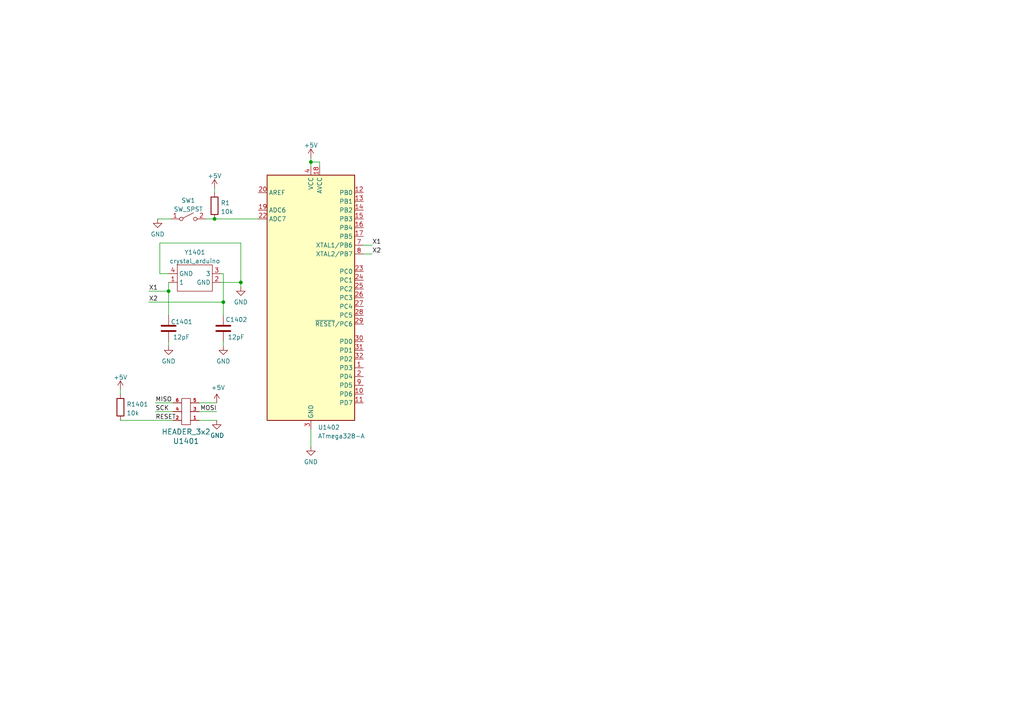
<source format=kicad_sch>
(kicad_sch (version 20211123) (generator eeschema)
  (paper "A4")
  (lib_symbols
    (symbol "Device:C" (pin_numbers hide) (pin_names (offset 0.254))
      (property "Reference" "C" (at 0.635 2.54 0))
      (property "Value" "C" (at 0.635 -2.54 0))
      (symbol "C_0_1"
        (polyline (pts (xy -2.032 -0.762) (xy 2.032 -0.762)) (stroke (width 0.508)))
        (polyline (pts (xy -2.032 0.762) (xy 2.032 0.762)) (stroke (width 0.508)))
      )
      (symbol "C_1_1"
        (pin passive line (at 0 3.81 270) (length 2.794) (name "~") (number "1"))
        (pin passive line (at 0 -3.81 90) (length 2.794) (name "~") (number "2"))
      )
    )
    (symbol "Device:R" (pin_numbers hide) (pin_names (offset 0))
      (property "Reference" "R" (at 2.032 0 90))
      (property "Value" "R" (at 0 0 90))
      (symbol "R_0_1"
        (rectangle (start -1.016 -2.54) (end 1.016 2.54) (stroke (width 0.254)))
      )
      (symbol "R_1_1"
        (pin passive line (at 0 3.81 270) (length 1.27) (name "~") (number "1"))
        (pin passive line (at 0 -3.81 90) (length 1.27) (name "~") (number "2"))
      )
    )
    (symbol "MCU_Microchip_ATmega:ATmega328-A"
      (property "Reference" "U" (at -12.7 36.83 0))
      (property "Value" "ATmega328-A" (at 2.54 -36.83 0))
      (symbol "ATmega328-A_0_1"
        (rectangle (start -12.7 -35.56) (end 12.7 35.56) (stroke (width 0.254)) (fill (type background)))
      )
      (symbol "ATmega328-A_1_1"
        (pin bidirectional line (at 15.24 -20.32 180) (length 2.54) (name "PD3") (number "1"))
        (pin bidirectional line (at 15.24 -27.94 180) (length 2.54) (name "PD6") (number "10"))
        (pin bidirectional line (at 15.24 -30.48 180) (length 2.54) (name "PD7") (number "11"))
        (pin bidirectional line (at 15.24 30.48 180) (length 2.54) (name "PB0") (number "12"))
        (pin bidirectional line (at 15.24 27.94 180) (length 2.54) (name "PB1") (number "13"))
        (pin bidirectional line (at 15.24 25.4 180) (length 2.54) (name "PB2") (number "14"))
        (pin bidirectional line (at 15.24 22.86 180) (length 2.54) (name "PB3") (number "15"))
        (pin bidirectional line (at 15.24 20.32 180) (length 2.54) (name "PB4") (number "16"))
        (pin bidirectional line (at 15.24 17.78 180) (length 2.54) (name "PB5") (number "17"))
        (pin power_in line (at 2.54 38.1 270) (length 2.54) (name "AVCC") (number "18"))
        (pin input line (at -15.24 25.4 0) (length 2.54) (name "ADC6") (number "19"))
        (pin bidirectional line (at 15.24 -22.86 180) (length 2.54) (name "PD4") (number "2"))
        (pin passive line (at -15.24 30.48 0) (length 2.54) (name "AREF") (number "20"))
        (pin passive line (at 0 -38.1 90) (length 2.54) hide (name "GND") (number "21"))
        (pin input line (at -15.24 22.86 0) (length 2.54) (name "ADC7") (number "22"))
        (pin bidirectional line (at 15.24 7.62 180) (length 2.54) (name "PC0") (number "23"))
        (pin bidirectional line (at 15.24 5.08 180) (length 2.54) (name "PC1") (number "24"))
        (pin bidirectional line (at 15.24 2.54 180) (length 2.54) (name "PC2") (number "25"))
        (pin bidirectional line (at 15.24 0 180) (length 2.54) (name "PC3") (number "26"))
        (pin bidirectional line (at 15.24 -2.54 180) (length 2.54) (name "PC4") (number "27"))
        (pin bidirectional line (at 15.24 -5.08 180) (length 2.54) (name "PC5") (number "28"))
        (pin bidirectional line (at 15.24 -7.62 180) (length 2.54) (name "~{RESET}/PC6") (number "29"))
        (pin power_in line (at 0 -38.1 90) (length 2.54) (name "GND") (number "3"))
        (pin bidirectional line (at 15.24 -12.7 180) (length 2.54) (name "PD0") (number "30"))
        (pin bidirectional line (at 15.24 -15.24 180) (length 2.54) (name "PD1") (number "31"))
        (pin bidirectional line (at 15.24 -17.78 180) (length 2.54) (name "PD2") (number "32"))
        (pin power_in line (at 0 38.1 270) (length 2.54) (name "VCC") (number "4"))
        (pin passive line (at 0 -38.1 90) (length 2.54) hide (name "GND") (number "5"))
        (pin passive line (at 0 38.1 270) (length 2.54) hide (name "VCC") (number "6"))
        (pin bidirectional line (at 15.24 15.24 180) (length 2.54) (name "XTAL1/PB6") (number "7"))
        (pin bidirectional line (at 15.24 12.7 180) (length 2.54) (name "XTAL2/PB7") (number "8"))
        (pin bidirectional line (at 15.24 -25.4 180) (length 2.54) (name "PD5") (number "9"))
      )
    )
    (symbol "Switch:SW_SPST" (pin_names (offset 0) hide)
      (property "Reference" "SW" (at 0 3.175 0))
      (property "Value" "SW_SPST" (at 0 -2.54 0))
      (symbol "SW_SPST_0_0"
        (circle (center -2.032 0) (radius 0.508))
        (polyline (pts (xy -1.524 0.254) (xy 1.524 1.778)))
        (circle (center 2.032 0) (radius 0.508))
      )
      (symbol "SW_SPST_1_1"
        (pin passive line (at -5.08 0 0) (length 2.54) (name "A") (number "1"))
        (pin passive line (at 5.08 0 180) (length 2.54) (name "B") (number "2"))
      )
    )
    (symbol "custom_bas:crystal_arduino"
      (property "Reference" "Y" (at -2.54 0 0))
      (property "Value" "crystal_arduino" (at -1.27 2.54 0))
      (symbol "crystal_arduino_0_1"
        (rectangle (start -7.62 11.43) (end 2.54 3.81) (stroke (width 0.1524)))
      )
      (symbol "crystal_arduino_1_1"
        (pin passive line (at -10.16 6.35 0) (length 2.54) (name "1") (number "1"))
        (pin power_in line (at 5.08 6.35 180) (length 2.54) (name "GND") (number "2"))
        (pin passive line (at 5.08 8.89 180) (length 2.54) (name "3") (number "3"))
        (pin power_in line (at -10.16 8.89 0) (length 2.54) (name "GND") (number "4"))
      )
    )
    (symbol "power:+5V" (power) (pin_names (offset 0))
      (property "Value" "+5V" (at 0 3.556 0))
      (symbol "+5V_0_1"
        (polyline (pts (xy -0.762 1.27) (xy 0 2.54)))
        (polyline (pts (xy 0 0) (xy 0 2.54)))
        (polyline (pts (xy 0 2.54) (xy 0.762 1.27)))
      )
      (symbol "+5V_1_1"
        (pin power_in line (at 0 0 90) (length 0) hide (name "+5V") (number "1"))
      )
    )
    (symbol "power:GND" (power) (pin_names (offset 0))
      (property "Value" "GND" (at 0 -3.81 0))
      (symbol "GND_0_1"
        (polyline (pts (xy 0 0) (xy 0 -1.27) (xy 1.27 -1.27) (xy 0 -2.54) (xy -1.27 -1.27) (xy 0 -1.27)))
      )
      (symbol "GND_1_1"
        (pin power_in line (at 0 0 270) (length 0) hide (name "GND") (number "1"))
      )
    )
    (symbol "servoDriverSMD-rescue:HEADER_3x2-w_connectors" (pin_names (offset 0))
      (property "Reference" "J" (at 0 5.08 0))
      (property "Value" "HEADER_3x2-w_connectors" (at 0 -5.08 0))
      (symbol "HEADER_3x2-w_connectors_0_1"
        (rectangle (start 1.27 3.81) (end -1.27 -3.81))
      )
      (symbol "HEADER_3x2-w_connectors_1_1"
        (pin passive line (at -3.81 2.54 0) (length 2.54) (name "~") (number "1"))
        (pin passive line (at 3.81 2.54 180) (length 2.54) (name "~") (number "2"))
        (pin passive line (at -3.81 0 0) (length 2.54) (name "~") (number "3"))
        (pin passive line (at 3.81 0 180) (length 2.54) (name "~") (number "4"))
        (pin passive line (at -3.81 -2.54 0) (length 2.54) (name "~") (number "5"))
        (pin passive line (at 3.81 -2.54 180) (length 2.54) (name "~") (number "6"))
      )
    )
  )
  (junction (at 69.85 81.915))
  (junction (at 90.17 46.99))
  (junction (at 48.895 84.455))
  (junction (at 64.77 87.63))
  (junction (at 62.23 63.5))
  (wire (pts (xy 48.895 84.455) (xy 48.895 91.44)))
  (wire (pts (xy 69.85 70.485) (xy 69.85 81.915)))
  (wire (pts (xy 90.17 124.46) (xy 90.17 129.54)))
  (wire (pts (xy 69.85 81.915) (xy 64.135 81.915)))
  (wire (pts (xy 48.895 81.915) (xy 48.895 84.455)))
  (wire (pts (xy 64.77 99.06) (xy 64.77 100.33)))
  (wire (pts (xy 43.18 87.63) (xy 64.77 87.63)))
  (wire (pts (xy 64.77 87.63) (xy 64.77 91.44)))
  (wire (pts (xy 46.355 79.375) (xy 46.355 70.485)))
  (wire (pts (xy 69.85 81.915) (xy 69.85 83.185)))
  (wire (pts (xy 57.785 121.92) (xy 62.865 121.92)))
  (wire (pts (xy 64.77 79.375) (xy 64.135 79.375)))
  (wire (pts (xy 48.895 99.06) (xy 48.895 100.33)))
  (wire (pts (xy 92.71 46.99) (xy 90.17 46.99)))
  (wire (pts (xy 62.23 54.61) (xy 62.23 55.88)))
  (wire (pts (xy 45.72 63.5) (xy 49.53 63.5)))
  (wire (pts (xy 105.41 73.66) (xy 107.95 73.66)))
  (wire (pts (xy 105.41 71.12) (xy 107.95 71.12)))
  (wire (pts (xy 90.17 45.72) (xy 90.17 46.99)))
  (wire (pts (xy 46.355 70.485) (xy 69.85 70.485)))
  (wire (pts (xy 57.785 119.38) (xy 62.865 119.38)))
  (wire (pts (xy 34.925 121.92) (xy 50.165 121.92)))
  (wire (pts (xy 90.17 46.99) (xy 90.17 48.26)))
  (wire (pts (xy 92.71 48.26) (xy 92.71 46.99)))
  (wire (pts (xy 57.785 116.84) (xy 62.865 116.84)))
  (wire (pts (xy 34.925 113.03) (xy 34.925 114.3)))
  (wire (pts (xy 62.23 63.5) (xy 74.93 63.5)))
  (wire (pts (xy 59.69 63.5) (xy 62.23 63.5)))
  (wire (pts (xy 50.165 119.38) (xy 45.085 119.38)))
  (wire (pts (xy 46.355 79.375) (xy 48.895 79.375)))
  (wire (pts (xy 64.77 79.375) (xy 64.77 87.63)))
  (wire (pts (xy 43.18 84.455) (xy 48.895 84.455)))
  (wire (pts (xy 45.085 116.84) (xy 50.165 116.84)))
  (label "X2" (at 107.95 73.66 0))
  (label "X2" (at 43.18 87.63 0))
  (label "MOSI" (at 62.865 119.38 180))
  (label "X1" (at 107.95 71.12 0))
  (label "SCK" (at 45.085 119.38 0))
  (label "X1" (at 43.18 84.455 0))
  (label "MISO" (at 45.085 116.84 0))
  (label "RESET" (at 45.085 121.92 0))
  (symbol (lib_id "Device:C") (at 48.895 95.25 180) (unit 1)
    (property "Reference" "C1401" (at 49.53 93.345 0) (effects (justify right)))
    (property "Value" "12pF" (at 50.165 97.79 0) (effects (justify right)))
    (property "Footprint" "Capacitor_SMD:C_0805_2012Metric_Pad1.18x1.45mm_HandSolder" (effects hide))
  )
  (symbol (lib_id "power:GND") (at 64.77 100.33 0) (unit 1)
    (property "Reference" "#PWR01405" (effects hide))
    (property "Value" "GND" (at 64.77 104.7734 0))
  )
  (symbol (lib_id "power:GND") (at 45.72 63.5 0) (unit 1)
    (property "Reference" "#PWR0101" (effects hide))
    (property "Value" "GND" (at 45.72 67.9434 0))
  )
  (symbol (lib_id "power:+5V") (at 62.865 116.84 0) (unit 1)
    (property "Reference" "#PWR01403" (effects hide))
    (property "Value" "+5V" (at 63.246 112.4458 0))
  )
  (symbol (lib_id "Device:C") (at 64.77 95.25 180) (unit 1)
    (property "Reference" "C1402" (at 65.405 92.71 0) (effects (justify right)))
    (property "Value" "12pF" (at 66.04 97.79 0) (effects (justify right)))
    (property "Footprint" "Capacitor_SMD:C_0805_2012Metric_Pad1.18x1.45mm_HandSolder" (effects hide))
    (property "JLCPCB Part#" "C1792" (effects hide))
  )
  (symbol (lib_id "MCU_Microchip_ATmega:ATmega328-A") (at 90.17 86.36 0) (unit 1)
    (property "Reference" "U1402" (at 92.1894 123.9504 0) (effects (justify left)))
    (property "Value" "ATmega328-A" (at 92.1894 126.4873 0) (effects (justify left)))
    (property "Footprint" "Package_QFP:TQFP-32_7x7mm_P0.8mm" (effects hide))
    (property "Datasheet" "http://ww1.microchip.com/downloads/en/DeviceDoc/ATmega328_P%20AVR%20MCU%20with%20picoPower%20Technology%20Data%20Sheet%2040001984A.pdf" (effects hide))
    (property "JLCPCB Part#" "C14877" (effects hide))
  )
  (symbol (lib_id "power:GND") (at 90.17 129.54 0) (unit 1)
    (property "Reference" "#PWR01408" (effects hide))
    (property "Value" "GND" (at 90.17 133.9834 0))
  )
  (symbol (lib_id "Switch:SW_SPST") (at 54.61 63.5 0) (unit 1)
    (property "Reference" "SW1" (at 54.61 58.1492 0))
    (property "Value" "SW_SPST" (at 54.61 60.6861 0))
    (property "Footprint" "Button_Switch_SMD:SW_SPST_SKQG_WithStem" (effects hide))
    (property "JLCPCB Part#" "C318884" (effects hide))
  )
  (symbol (lib_id "power:GND") (at 69.85 83.185 0) (unit 1)
    (property "Reference" "#PWR01406" (effects hide))
    (property "Value" "GND" (at 69.85 87.6284 0))
  )
  (symbol (lib_id "custom_bas:crystal_arduino") (at 59.055 88.265 0) (unit 1)
    (property "Reference" "Y1401" (at 56.515 73.186 0))
    (property "Value" "crystal_arduino" (at 56.515 75.7229 0))
    (property "Footprint" "custom_kicad_lib_sk:crystal_arduino" (effects hide))
    (property "JLCPCB Part#" "C13738" (effects hide))
  )
  (symbol (lib_id "power:+5V") (at 34.925 113.03 0) (unit 1)
    (property "Reference" "#PWR01401" (effects hide))
    (property "Value" "+5V" (at 34.925 109.4542 0))
  )
  (symbol (lib_id "Device:R") (at 62.23 59.69 0) (unit 1)
    (property "Reference" "R1" (at 64.008 58.8553 0) (effects (justify left)))
    (property "Value" "10k" (at 64.008 61.3922 0) (effects (justify left)))
    (property "Footprint" "Resistor_SMD:R_1206_3216Metric_Pad1.30x1.75mm_HandSolder" (effects hide))
    (property "JLCPCB Part#" "C17902" (effects hide))
  )
  (symbol (lib_id "power:+5V") (at 90.17 45.72 0) (unit 1)
    (property "Reference" "#PWR01407" (effects hide))
    (property "Value" "+5V" (at 90.17 42.1442 0))
  )
  (symbol (lib_id "power:GND") (at 48.895 100.33 0) (unit 1)
    (property "Reference" "#PWR01402" (effects hide))
    (property "Value" "GND" (at 48.895 104.7734 0))
  )
  (symbol (lib_id "servoDriverSMD-rescue:HEADER_3x2-w_connectors") (at 53.975 119.38 180) (unit 1)
    (property "Reference" "U1401" (at 53.975 127.9398 0) (effects (font (size 1.524 1.524))))
    (property "Value" "HEADER_3x2" (at 53.975 125.2474 0) (effects (font (size 1.524 1.524))))
    (property "Footprint" "Connector_PinSocket_1.27mm:PinSocket_2x03_P1.27mm_Vertical" (effects hide))
  )
  (symbol (lib_id "power:+5V") (at 62.23 54.61 0) (unit 1)
    (property "Reference" "#PWR0102" (effects hide))
    (property "Value" "+5V" (at 62.23 51.0342 0))
  )
  (symbol (lib_id "power:GND") (at 62.865 121.92 0) (unit 1)
    (property "Reference" "#PWR01404" (effects hide))
    (property "Value" "GND" (at 62.992 126.3142 0))
  )
  (symbol (lib_id "Device:R") (at 34.925 118.11 0) (unit 1)
    (property "Reference" "R1401" (at 36.703 117.2753 0) (effects (justify left)))
    (property "Value" "10k" (at 36.703 119.8122 0) (effects (justify left)))
    (property "Footprint" "Resistor_SMD:R_1206_3216Metric_Pad1.30x1.75mm_HandSolder" (effects hide))
    (property "JLCPCB Part#" "C17902" (effects hide))
  )
)
</source>
